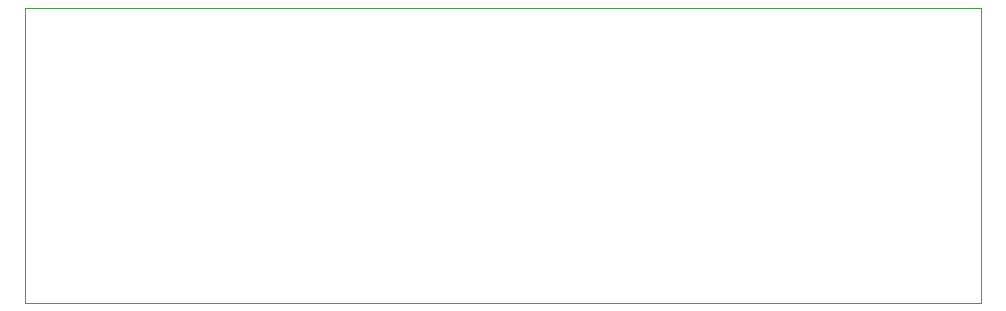
<source format=gm1>
G04 #@! TF.FileFunction,Profile,NP*
%FSLAX46Y46*%
G04 Gerber Fmt 4.6, Leading zero omitted, Abs format (unit mm)*
G04 Created by KiCad (PCBNEW 0.201602221446+6578~42~ubuntu15.04.1-product) date Mon 22 Feb 2016 07:23:46 PM EST*
%MOMM*%
G01*
G04 APERTURE LIST*
%ADD10C,0.100000*%
G04 APERTURE END LIST*
D10*
X94000000Y-68000000D02*
X94000000Y-43000000D01*
X175000000Y-68000000D02*
X94000000Y-68000000D01*
X175000000Y-43000000D02*
X175000000Y-68000000D01*
X94000000Y-43000000D02*
X175000000Y-43000000D01*
M02*

</source>
